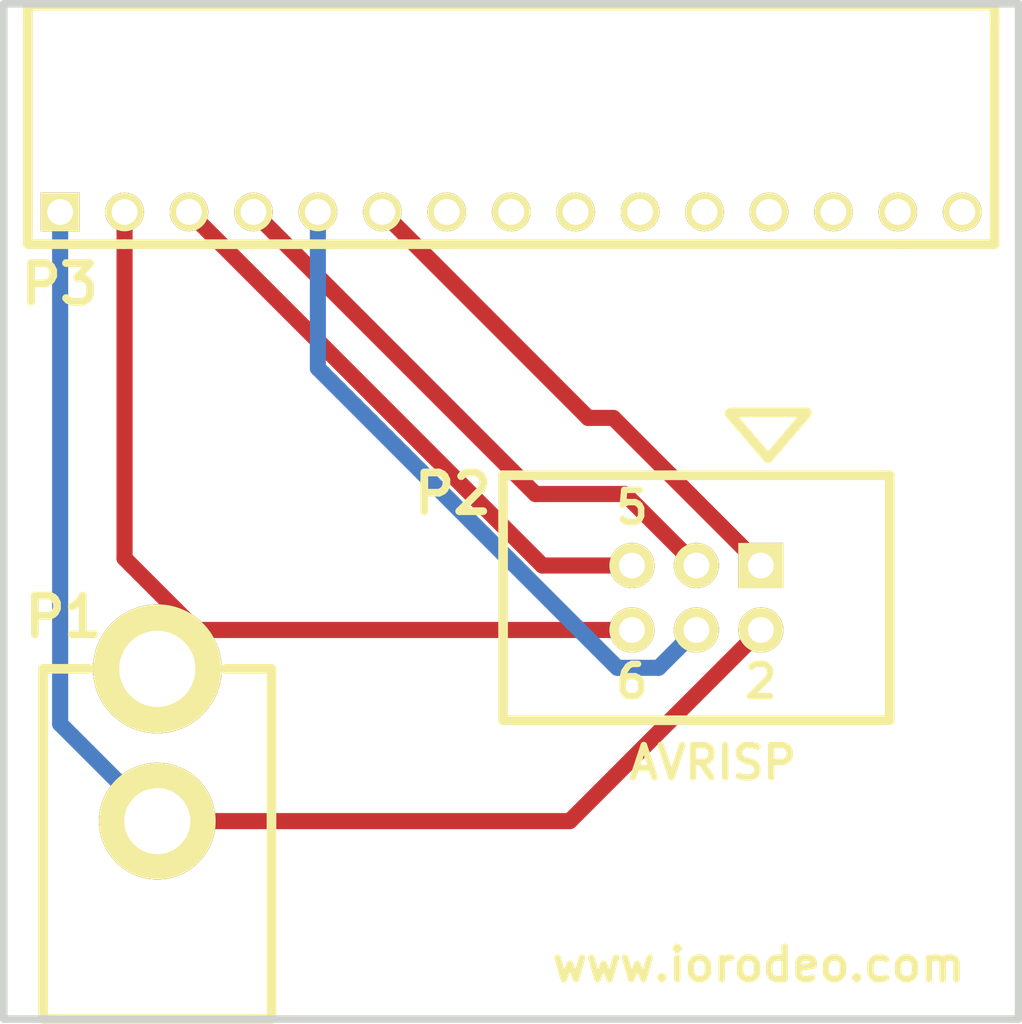
<source format=kicad_pcb>
(kicad_pcb (version 3) (host pcbnew "(2013-mar-13)-testing")

  (general
    (links 8)
    (no_connects 0)
    (area 49.949999 49.949999 90.050001 90.050001)
    (thickness 1.6)
    (drawings 6)
    (tracks 20)
    (zones 0)
    (modules 3)
    (nets 16)
  )

  (page A4)
  (layers
    (15 F.Cu signal)
    (0 B.Cu signal)
    (16 B.Adhes user)
    (17 F.Adhes user)
    (18 B.Paste user)
    (19 F.Paste user)
    (20 B.SilkS user)
    (21 F.SilkS user)
    (22 B.Mask user)
    (23 F.Mask user)
    (24 Dwgs.User user)
    (25 Cmts.User user)
    (26 Eco1.User user)
    (27 Eco2.User user)
    (28 Edge.Cuts user)
  )

  (setup
    (last_trace_width 0.635)
    (trace_clearance 0.254)
    (zone_clearance 0.508)
    (zone_45_only no)
    (trace_min 0.254)
    (segment_width 0.2)
    (edge_width 0.1)
    (via_size 0.889)
    (via_drill 0.635)
    (via_min_size 0.889)
    (via_min_drill 0.508)
    (uvia_size 0.508)
    (uvia_drill 0.127)
    (uvias_allowed no)
    (uvia_min_size 0.508)
    (uvia_min_drill 0.127)
    (pcb_text_width 0.3)
    (pcb_text_size 1.5 1.5)
    (mod_edge_width 0.15)
    (mod_text_size 1 1)
    (mod_text_width 0.15)
    (pad_size 1.5 1.5)
    (pad_drill 0.6)
    (pad_to_mask_clearance 0)
    (aux_axis_origin 0 0)
    (visible_elements FFFFFF7F)
    (pcbplotparams
      (layerselection 3178497)
      (usegerberextensions true)
      (excludeedgelayer true)
      (linewidth 0.150000)
      (plotframeref false)
      (viasonmask false)
      (mode 1)
      (useauxorigin false)
      (hpglpennumber 1)
      (hpglpenspeed 20)
      (hpglpendiameter 15)
      (hpglpenoverlay 2)
      (psnegative false)
      (psa4output false)
      (plotreference true)
      (plotvalue true)
      (plotothertext true)
      (plotinvisibletext false)
      (padsonsilk false)
      (subtractmaskfromsilk false)
      (outputformat 1)
      (mirror false)
      (drillshape 1)
      (scaleselection 1)
      (outputdirectory ""))
  )

  (net 0 "")
  (net 1 +5V)
  (net 2 /MISO)
  (net 3 /MOSI)
  (net 4 /SCK)
  (net 5 /~RST)
  (net 6 GND)
  (net 7 N-0000010)
  (net 8 N-0000011)
  (net 9 N-0000012)
  (net 10 N-0000013)
  (net 11 N-0000014)
  (net 12 N-0000015)
  (net 13 N-0000016)
  (net 14 N-000008)
  (net 15 N-000009)

  (net_class Default "This is the default net class."
    (clearance 0.254)
    (trace_width 0.635)
    (via_dia 0.889)
    (via_drill 0.635)
    (uvia_dia 0.508)
    (uvia_drill 0.127)
    (add_net "")
    (add_net +5V)
    (add_net /MISO)
    (add_net /MOSI)
    (add_net /SCK)
    (add_net /~RST)
    (add_net GND)
    (add_net N-0000010)
    (add_net N-0000011)
    (add_net N-0000012)
    (add_net N-0000013)
    (add_net N-0000014)
    (add_net N-0000015)
    (add_net N-0000016)
    (add_net N-000008)
    (add_net N-000009)
  )

  (module DCJACK_2PIN (layer F.Cu) (tedit 5240C1EC) (tstamp 5240C0DC)
    (at 56.05 76.2 270)
    (path /5240B8CC)
    (fp_text reference P1 (at -2.05 3.7 360) (layer F.SilkS)
      (effects (font (thickness 0.3048)))
    )
    (fp_text value CONN_2 (at 7.8994 6.79958 270) (layer F.SilkS) hide
      (effects (font (thickness 0.3048)))
    )
    (fp_line (start 0 -2.70002) (end 0 -4.50088) (layer F.SilkS) (width 0.381))
    (fp_line (start 0 -4.50088) (end 13.79982 -4.50088) (layer F.SilkS) (width 0.381))
    (fp_line (start 13.79982 -4.50088) (end 13.79982 4.39928) (layer F.SilkS) (width 0.381))
    (fp_line (start 13.79982 4.39928) (end 13.79982 4.50088) (layer F.SilkS) (width 0.381))
    (fp_line (start 13.79982 4.50088) (end 0 4.50088) (layer F.SilkS) (width 0.381))
    (fp_line (start 0 4.50088) (end 0 2.70002) (layer F.SilkS) (width 0.381))
    (pad 1 thru_hole circle (at 0 0 270) (size 5.08 5.08) (drill 2.99974)
      (layers *.Cu *.Mask F.SilkS)
      (net 6 GND)
    )
    (pad 2 thru_hole circle (at 5.99948 0 270) (size 4.59994 4.59994) (drill 2.60096)
      (layers *.Cu *.Mask F.SilkS)
      (net 1 +5V)
    )
  )

  (module 3X2_SHRD_HEADER (layer F.Cu) (tedit 5240C1F1) (tstamp 5240C0F0)
    (at 77.3 73.4 180)
    (path /5240BA0F)
    (fp_text reference P2 (at 9.6 4.1 180) (layer F.SilkS)
      (effects (font (thickness 0.3048)))
    )
    (fp_text value CONN_3X2 (at 5.19938 6.2992 180) (layer F.SilkS) hide
      (effects (font (thickness 0.3048)))
    )
    (fp_text user 5 (at 2.54 3.556 180) (layer F.SilkS)
      (effects (font (size 1.27 1.27) (thickness 0.254)))
    )
    (fp_text user 6 (at 2.54 -3.302 180) (layer F.SilkS)
      (effects (font (size 1.27 1.27) (thickness 0.254)))
    )
    (fp_line (start -7.62 4.826) (end 7.62 4.826) (layer F.SilkS) (width 0.381))
    (fp_line (start -7.62 -4.826) (end 7.62 -4.826) (layer F.SilkS) (width 0.381))
    (fp_line (start 7.62 -4.826) (end 7.62 4.826) (layer F.SilkS) (width 0.381))
    (fp_line (start -7.62 4.826) (end -7.62 -4.826) (layer F.SilkS) (width 0.381))
    (fp_line (start -4.36118 7.29996) (end -1.3589 7.29996) (layer F.SilkS) (width 0.381))
    (fp_text user 2 (at -2.54 -3.302 180) (layer F.SilkS)
      (effects (font (size 1.27 1.27) (thickness 0.254)))
    )
    (fp_line (start -2.82448 5.48894) (end -4.34848 7.26694) (layer F.SilkS) (width 0.381))
    (fp_line (start -1.30048 7.2644) (end -2.82448 5.4864) (layer F.SilkS) (width 0.381))
    (pad 1 thru_hole rect (at -2.54 1.27 180) (size 1.778 1.778) (drill 1.016)
      (layers *.Cu *.Mask F.SilkS)
      (net 2 /MISO)
    )
    (pad 2 thru_hole circle (at -2.54 -1.27 180) (size 1.778 1.778) (drill 1.016)
      (layers *.Cu *.Mask F.SilkS)
      (net 1 +5V)
    )
    (pad 3 thru_hole circle (at 0 1.27 180) (size 1.778 1.778) (drill 1.016)
      (layers *.Cu *.Mask F.SilkS)
      (net 4 /SCK)
    )
    (pad 4 thru_hole circle (at 0 -1.27 180) (size 1.778 1.778) (drill 1.016)
      (layers *.Cu *.Mask F.SilkS)
      (net 3 /MOSI)
    )
    (pad 5 thru_hole circle (at 2.54 1.27 180) (size 1.778 1.778) (drill 1.016)
      (layers *.Cu *.Mask F.SilkS)
      (net 5 /~RST)
    )
    (pad 6 thru_hole circle (at 2.54 -1.27 180) (size 1.778 1.778) (drill 1.016)
      (layers *.Cu *.Mask F.SilkS)
      (net 6 GND)
    )
  )

  (module HEADER_TOP (layer F.Cu) (tedit 5240C200) (tstamp 5240C10D)
    (at 70 58.2)
    (path /5240B882)
    (fp_text reference P3 (at -17.8 2.85) (layer F.SilkS)
      (effects (font (thickness 0.3048)))
    )
    (fp_text value CONN15 (at 7.62 -4.572) (layer F.SilkS) hide
      (effects (font (thickness 0.3048)))
    )
    (fp_line (start 15.24 -8.128) (end 19.05 -8.128) (layer F.SilkS) (width 0.381))
    (fp_line (start 19.05 -8.128) (end 19.05 -7.366) (layer F.SilkS) (width 0.381))
    (fp_line (start -15.24 -8.128) (end -19.05 -8.128) (layer F.SilkS) (width 0.381))
    (fp_line (start -19.05 -8.128) (end -19.05 -7.62) (layer F.SilkS) (width 0.381))
    (fp_line (start -15.24 1.27) (end -19.05 1.27) (layer F.SilkS) (width 0.381))
    (fp_line (start -19.05 1.27) (end -19.05 -7.62) (layer F.SilkS) (width 0.381))
    (fp_line (start 15.24 1.27) (end 19.05 1.27) (layer F.SilkS) (width 0.381))
    (fp_line (start 19.05 1.27) (end 19.05 -7.62) (layer F.SilkS) (width 0.381))
    (fp_line (start 15.24 1.27) (end -15.24 1.27) (layer F.SilkS) (width 0.381))
    (fp_line (start -15.24 -8.128) (end 15.24 -8.128) (layer F.SilkS) (width 0.381))
    (pad 1 thru_hole rect (at -17.78 0) (size 1.524 1.524) (drill 1.016)
      (layers *.Cu *.Mask F.SilkS)
      (net 1 +5V)
    )
    (pad 2 thru_hole circle (at -15.24 0) (size 1.524 1.524) (drill 1.016)
      (layers *.Cu *.Mask F.SilkS)
      (net 6 GND)
    )
    (pad 3 thru_hole circle (at -12.7 0) (size 1.524 1.524) (drill 1.016)
      (layers *.Cu *.Mask F.SilkS)
      (net 5 /~RST)
    )
    (pad 4 thru_hole circle (at -10.16 0) (size 1.524 1.524) (drill 1.016)
      (layers *.Cu *.Mask F.SilkS)
      (net 4 /SCK)
    )
    (pad 5 thru_hole circle (at -7.62 0) (size 1.524 1.524) (drill 1.016)
      (layers *.Cu *.Mask F.SilkS)
      (net 3 /MOSI)
    )
    (pad 6 thru_hole circle (at -5.08 0) (size 1.524 1.524) (drill 1.016)
      (layers *.Cu *.Mask F.SilkS)
      (net 2 /MISO)
    )
    (pad 7 thru_hole circle (at -2.54 0) (size 1.524 1.524) (drill 1.016)
      (layers *.Cu *.Mask F.SilkS)
      (net 13 N-0000016)
    )
    (pad 8 thru_hole circle (at 0 0) (size 1.524 1.524) (drill 1.016)
      (layers *.Cu *.Mask F.SilkS)
      (net 12 N-0000015)
    )
    (pad 9 thru_hole circle (at 2.54 0) (size 1.524 1.524) (drill 1.016)
      (layers *.Cu *.Mask F.SilkS)
      (net 11 N-0000014)
    )
    (pad 10 thru_hole circle (at 5.08 0) (size 1.524 1.524) (drill 1.016)
      (layers *.Cu *.Mask F.SilkS)
      (net 10 N-0000013)
    )
    (pad 11 thru_hole circle (at 7.62 0) (size 1.524 1.524) (drill 1.016)
      (layers *.Cu *.Mask F.SilkS)
      (net 9 N-0000012)
    )
    (pad 12 thru_hole circle (at 10.16 0) (size 1.524 1.524) (drill 1.016)
      (layers *.Cu *.Mask F.SilkS)
      (net 8 N-0000011)
    )
    (pad 13 thru_hole circle (at 12.7 0) (size 1.524 1.524) (drill 1.016)
      (layers *.Cu *.Mask F.SilkS)
      (net 7 N-0000010)
    )
    (pad 14 thru_hole circle (at 15.24 0) (size 1.524 1.524) (drill 1.016)
      (layers *.Cu *.Mask F.SilkS)
      (net 15 N-000009)
    )
    (pad 15 thru_hole circle (at 17.78 0) (size 1.524 1.524) (drill 1.016)
      (layers *.Cu *.Mask F.SilkS)
      (net 14 N-000008)
    )
  )

  (gr_text www.iorodeo.com (at 79.75 87.85) (layer F.SilkS)
    (effects (font (size 1.27 1.27) (thickness 0.254)))
  )
  (gr_text AVRISP (at 77.95 79.9) (layer F.SilkS)
    (effects (font (size 1.27 1.27) (thickness 0.254)))
  )
  (gr_line (start 90 90) (end 90 50) (angle 90) (layer Edge.Cuts) (width 0.3))
  (gr_line (start 50 90) (end 90 90) (angle 90) (layer Edge.Cuts) (width 0.3))
  (gr_line (start 50 50) (end 50 90) (angle 90) (layer Edge.Cuts) (width 0.3))
  (gr_line (start 90 50) (end 50 50) (angle 90) (layer Edge.Cuts) (width 0.3))

  (segment (start 52.22 78.3695) (end 56.05 82.1995) (width 0.635) (layer B.Cu) (net 1))
  (segment (start 52.22 58.2) (end 52.22 78.3695) (width 0.635) (layer B.Cu) (net 1))
  (segment (start 72.3105 82.1995) (end 56.05 82.1995) (width 0.635) (layer F.Cu) (net 1))
  (segment (start 79.84 74.67) (end 72.3105 82.1995) (width 0.635) (layer F.Cu) (net 1))
  (segment (start 74.0243 66.3143) (end 79.84 72.13) (width 0.635) (layer F.Cu) (net 2))
  (segment (start 73.0343 66.3143) (end 74.0243 66.3143) (width 0.635) (layer F.Cu) (net 2))
  (segment (start 64.92 58.2) (end 73.0343 66.3143) (width 0.635) (layer F.Cu) (net 2))
  (segment (start 75.8091 76.1609) (end 77.3 74.67) (width 0.635) (layer B.Cu) (net 3))
  (segment (start 74.1848 76.1609) (end 75.8091 76.1609) (width 0.635) (layer B.Cu) (net 3))
  (segment (start 62.38 64.3561) (end 74.1848 76.1609) (width 0.635) (layer B.Cu) (net 3))
  (segment (start 62.38 58.2) (end 62.38 64.3561) (width 0.635) (layer B.Cu) (net 3))
  (segment (start 70.9527 69.3127) (end 59.84 58.2) (width 0.635) (layer F.Cu) (net 4))
  (segment (start 74.4827 69.3127) (end 70.9527 69.3127) (width 0.635) (layer F.Cu) (net 4))
  (segment (start 77.3 72.13) (end 74.4827 69.3127) (width 0.635) (layer F.Cu) (net 4))
  (segment (start 71.23 72.13) (end 74.76 72.13) (width 0.635) (layer F.Cu) (net 5))
  (segment (start 57.3 58.2) (end 71.23 72.13) (width 0.635) (layer F.Cu) (net 5))
  (segment (start 54.76 71.85) (end 57.58 74.67) (width 0.635) (layer F.Cu) (net 6))
  (segment (start 54.76 58.2) (end 54.76 71.85) (width 0.635) (layer F.Cu) (net 6))
  (segment (start 74.76 74.67) (end 57.58 74.67) (width 0.635) (layer F.Cu) (net 6))
  (segment (start 57.58 74.67) (end 56.05 76.2) (width 0.635) (layer F.Cu) (net 6))

)

</source>
